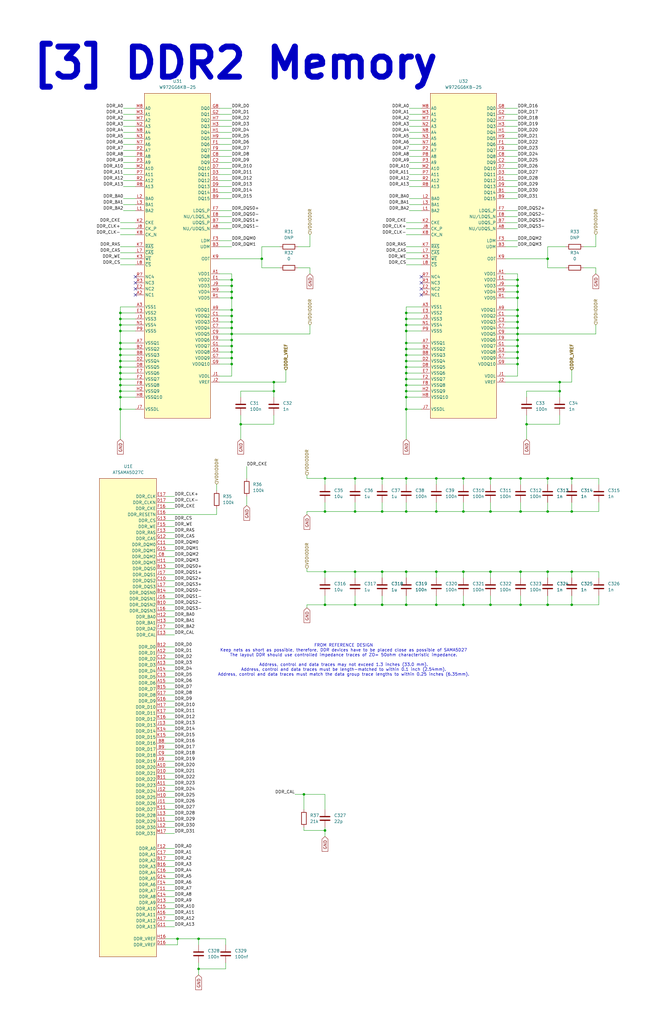
<source format=kicad_sch>
(kicad_sch (version 20231120) (generator "eeschema") (generator_version "8.0")
  (paper "B" portrait)
  (junction (at 218.44 143.51))
  (junction (at 218.44 153.67))
  (junction (at 231.14 255.27))
  (junction (at 171.45 162.56))
  (junction (at 50.8 144.78))
  (junction (at 219.71 241.3))
  (junction (at 241.3 215.9))
  (junction (at 161.29 201.93))
  (junction (at 219.71 201.93))
  (junction (at 219.71 255.27))
  (junction (at 184.15 241.3))
  (junction (at 218.44 125.73))
  (junction (at 207.01 215.9))
  (junction (at 137.16 350.52))
  (junction (at 50.8 147.32))
  (junction (at 184.15 201.93))
  (junction (at 97.79 120.65))
  (junction (at 236.22 161.29))
  (junction (at 149.86 201.93))
  (junction (at 218.44 135.89))
  (junction (at 231.14 241.3))
  (junction (at 171.45 152.4))
  (junction (at 97.79 118.11))
  (junction (at 115.57 161.29))
  (junction (at 171.45 160.02))
  (junction (at 171.45 147.32))
  (junction (at 218.44 148.59))
  (junction (at 241.3 255.27))
  (junction (at 128.27 335.28))
  (junction (at 137.16 201.93))
  (junction (at 171.45 215.9))
  (junction (at 218.44 151.13))
  (junction (at 97.79 153.67))
  (junction (at 50.8 132.08))
  (junction (at 241.3 241.3))
  (junction (at 171.45 137.16))
  (junction (at 171.45 167.64))
  (junction (at 101.6 179.07))
  (junction (at 195.58 241.3))
  (junction (at 207.01 201.93))
  (junction (at 50.8 152.4))
  (junction (at 97.79 146.05))
  (junction (at 218.44 123.19))
  (junction (at 171.45 157.48))
  (junction (at 171.45 255.27))
  (junction (at 149.86 255.27))
  (junction (at 137.16 215.9))
  (junction (at 218.44 118.11))
  (junction (at 50.8 154.94))
  (junction (at 231.14 201.93))
  (junction (at 97.79 135.89))
  (junction (at 97.79 148.59))
  (junction (at 171.45 154.94))
  (junction (at 137.16 255.27))
  (junction (at 195.58 255.27))
  (junction (at 222.25 179.07))
  (junction (at 50.8 162.56))
  (junction (at 207.01 241.3))
  (junction (at 241.3 201.93))
  (junction (at 184.15 255.27))
  (junction (at 218.44 138.43))
  (junction (at 195.58 215.9))
  (junction (at 218.44 130.81))
  (junction (at 97.79 123.19))
  (junction (at 50.8 160.02))
  (junction (at 97.79 143.51))
  (junction (at 171.45 201.93))
  (junction (at 171.45 132.08))
  (junction (at 207.01 255.27))
  (junction (at 161.29 241.3))
  (junction (at 137.16 241.3))
  (junction (at 171.45 144.78))
  (junction (at 231.14 109.22))
  (junction (at 50.8 149.86))
  (junction (at 97.79 138.43))
  (junction (at 110.49 109.22))
  (junction (at 115.57 165.1))
  (junction (at 171.45 165.1))
  (junction (at 97.79 130.81))
  (junction (at 50.8 165.1))
  (junction (at 83.82 408.94))
  (junction (at 171.45 149.86))
  (junction (at 97.79 133.35))
  (junction (at 195.58 201.93))
  (junction (at 218.44 120.65))
  (junction (at 50.8 137.16))
  (junction (at 97.79 151.13))
  (junction (at 218.44 140.97))
  (junction (at 161.29 215.9))
  (junction (at 97.79 125.73))
  (junction (at 218.44 133.35))
  (junction (at 50.8 139.7))
  (junction (at 219.71 215.9))
  (junction (at 83.82 396.24))
  (junction (at 184.15 215.9))
  (junction (at 149.86 241.3))
  (junction (at 50.8 134.62))
  (junction (at 236.22 165.1))
  (junction (at 171.45 134.62))
  (junction (at 50.8 157.48))
  (junction (at 50.8 172.72))
  (junction (at 149.86 215.9))
  (junction (at 171.45 241.3))
  (junction (at 231.14 215.9))
  (junction (at 50.8 167.64))
  (junction (at 161.29 255.27))
  (junction (at 74.93 396.24))
  (junction (at 218.44 146.05))
  (junction (at 171.45 139.7))
  (junction (at 171.45 172.72))
  (junction (at 97.79 140.97))
  (no_connect (at 177.8 116.84))
  (no_connect (at 177.8 121.92))
  (no_connect (at 177.8 124.46))
  (no_connect (at 177.8 119.38))
  (no_connect (at 57.15 119.38))
  (no_connect (at 57.15 124.46))
  (no_connect (at 57.15 116.84))
  (no_connect (at 57.15 121.92))
  (wire (pts (xy 52.07 83.82) (xy 57.15 83.82)))
  (wire (pts (xy 171.45 144.78) (xy 177.8 144.78)))
  (wire (pts (xy 50.8 154.94) (xy 50.8 157.48)))
  (wire (pts (xy 52.07 71.12) (xy 57.15 71.12)))
  (wire (pts (xy 69.85 245.11) (xy 73.66 245.11)))
  (wire (pts (xy 92.71 78.74) (xy 97.79 78.74)))
  (wire (pts (xy 231.14 109.22) (xy 231.14 113.03)))
  (wire (pts (xy 92.71 109.22) (xy 110.49 109.22)))
  (wire (pts (xy 69.85 321.31) (xy 73.66 321.31)))
  (wire (pts (xy 92.71 133.35) (xy 97.79 133.35)))
  (wire (pts (xy 236.22 165.1) (xy 236.22 167.64)))
  (wire (pts (xy 104.14 209.55) (xy 104.14 213.36)))
  (wire (pts (xy 195.58 255.27) (xy 207.01 255.27)))
  (wire (pts (xy 50.8 147.32) (xy 57.15 147.32)))
  (wire (pts (xy 171.45 201.93) (xy 184.15 201.93)))
  (wire (pts (xy 231.14 201.93) (xy 231.14 204.47)))
  (wire (pts (xy 92.71 104.14) (xy 97.79 104.14)))
  (wire (pts (xy 69.85 339.09) (xy 73.66 339.09)))
  (wire (pts (xy 69.85 298.45) (xy 73.66 298.45)))
  (wire (pts (xy 69.85 351.79) (xy 73.66 351.79)))
  (wire (pts (xy 137.16 350.52) (xy 137.16 353.06)))
  (wire (pts (xy 251.46 140.97) (xy 251.46 137.16)))
  (wire (pts (xy 161.29 212.09) (xy 161.29 215.9)))
  (wire (pts (xy 97.79 125.73) (xy 97.79 130.81)))
  (wire (pts (xy 69.85 303.53) (xy 73.66 303.53)))
  (wire (pts (xy 213.36 78.74) (xy 218.44 78.74)))
  (wire (pts (xy 52.07 45.72) (xy 57.15 45.72)))
  (wire (pts (xy 92.71 120.65) (xy 97.79 120.65)))
  (wire (pts (xy 171.45 201.93) (xy 171.45 204.47)))
  (wire (pts (xy 171.45 147.32) (xy 171.45 149.86)))
  (wire (pts (xy 97.79 148.59) (xy 97.79 151.13)))
  (wire (pts (xy 171.45 165.1) (xy 171.45 167.64)))
  (wire (pts (xy 213.36 115.57) (xy 218.44 115.57)))
  (wire (pts (xy 115.57 175.26) (xy 115.57 179.07)))
  (wire (pts (xy 50.8 111.76) (xy 57.15 111.76)))
  (wire (pts (xy 50.8 162.56) (xy 57.15 162.56)))
  (wire (pts (xy 52.07 50.8) (xy 57.15 50.8)))
  (wire (pts (xy 184.15 251.46) (xy 184.15 255.27)))
  (wire (pts (xy 69.85 318.77) (xy 73.66 318.77)))
  (wire (pts (xy 97.79 130.81) (xy 97.79 133.35)))
  (wire (pts (xy 171.45 144.78) (xy 171.45 147.32)))
  (wire (pts (xy 218.44 120.65) (xy 218.44 123.19)))
  (wire (pts (xy 218.44 138.43) (xy 218.44 140.97)))
  (wire (pts (xy 83.82 408.94) (xy 83.82 411.48)))
  (wire (pts (xy 219.71 212.09) (xy 219.71 215.9)))
  (wire (pts (xy 213.36 45.72) (xy 218.44 45.72)))
  (wire (pts (xy 50.8 137.16) (xy 50.8 139.7)))
  (wire (pts (xy 171.45 129.54) (xy 171.45 132.08)))
  (wire (pts (xy 184.15 215.9) (xy 195.58 215.9)))
  (wire (pts (xy 97.79 143.51) (xy 97.79 146.05)))
  (wire (pts (xy 50.8 147.32) (xy 50.8 149.86)))
  (wire (pts (xy 172.72 86.36) (xy 177.8 86.36)))
  (wire (pts (xy 50.8 167.64) (xy 50.8 172.72)))
  (wire (pts (xy 213.36 138.43) (xy 218.44 138.43)))
  (wire (pts (xy 137.16 251.46) (xy 137.16 255.27)))
  (wire (pts (xy 50.8 160.02) (xy 50.8 162.56)))
  (wire (pts (xy 213.36 68.58) (xy 218.44 68.58)))
  (wire (pts (xy 184.15 241.3) (xy 184.15 243.84)))
  (wire (pts (xy 171.45 167.64) (xy 177.8 167.64)))
  (wire (pts (xy 52.07 78.74) (xy 57.15 78.74)))
  (wire (pts (xy 172.72 63.5) (xy 177.8 63.5)))
  (wire (pts (xy 50.8 157.48) (xy 50.8 160.02)))
  (wire (pts (xy 252.73 215.9) (xy 252.73 212.09)))
  (wire (pts (xy 125.73 113.03) (xy 130.81 113.03)))
  (wire (pts (xy 69.85 370.84) (xy 73.66 370.84)))
  (wire (pts (xy 195.58 251.46) (xy 195.58 255.27)))
  (wire (pts (xy 207.01 241.3) (xy 219.71 241.3)))
  (wire (pts (xy 69.85 368.3) (xy 73.66 368.3)))
  (wire (pts (xy 50.8 144.78) (xy 57.15 144.78)))
  (wire (pts (xy 50.8 157.48) (xy 57.15 157.48)))
  (wire (pts (xy 69.85 262.89) (xy 73.66 262.89)))
  (wire (pts (xy 207.01 241.3) (xy 207.01 243.84)))
  (wire (pts (xy 161.29 241.3) (xy 161.29 243.84)))
  (wire (pts (xy 69.85 285.75) (xy 73.66 285.75)))
  (wire (pts (xy 213.36 104.14) (xy 218.44 104.14)))
  (wire (pts (xy 219.71 255.27) (xy 231.14 255.27)))
  (wire (pts (xy 171.45 241.3) (xy 184.15 241.3)))
  (wire (pts (xy 52.07 68.58) (xy 57.15 68.58)))
  (wire (pts (xy 92.71 53.34) (xy 97.79 53.34)))
  (wire (pts (xy 52.07 86.36) (xy 57.15 86.36)))
  (wire (pts (xy 177.8 129.54) (xy 171.45 129.54)))
  (wire (pts (xy 161.29 201.93) (xy 171.45 201.93)))
  (wire (pts (xy 213.36 76.2) (xy 218.44 76.2)))
  (wire (pts (xy 92.71 135.89) (xy 97.79 135.89)))
  (wire (pts (xy 172.72 78.74) (xy 177.8 78.74)))
  (wire (pts (xy 92.71 66.04) (xy 97.79 66.04)))
  (wire (pts (xy 219.71 201.93) (xy 219.71 204.47)))
  (wire (pts (xy 137.16 212.09) (xy 137.16 215.9)))
  (wire (pts (xy 213.36 55.88) (xy 218.44 55.88)))
  (wire (pts (xy 69.85 381) (xy 73.66 381)))
  (wire (pts (xy 213.36 71.12) (xy 218.44 71.12)))
  (wire (pts (xy 69.85 290.83) (xy 73.66 290.83)))
  (wire (pts (xy 50.8 167.64) (xy 57.15 167.64)))
  (wire (pts (xy 241.3 255.27) (xy 252.73 255.27)))
  (wire (pts (xy 241.3 201.93) (xy 241.3 204.47)))
  (wire (pts (xy 171.45 137.16) (xy 177.8 137.16)))
  (wire (pts (xy 129.54 217.17) (xy 129.54 215.9)))
  (wire (pts (xy 218.44 123.19) (xy 218.44 125.73)))
  (wire (pts (xy 92.71 48.26) (xy 97.79 48.26)))
  (wire (pts (xy 213.36 118.11) (xy 218.44 118.11)))
  (wire (pts (xy 161.29 251.46) (xy 161.29 255.27)))
  (wire (pts (xy 69.85 288.29) (xy 73.66 288.29)))
  (wire (pts (xy 213.36 81.28) (xy 218.44 81.28)))
  (wire (pts (xy 92.71 88.9) (xy 97.79 88.9)))
  (wire (pts (xy 69.85 346.71) (xy 73.66 346.71)))
  (wire (pts (xy 69.85 260.35) (xy 73.66 260.35)))
  (wire (pts (xy 50.8 165.1) (xy 57.15 165.1)))
  (wire (pts (xy 236.22 161.29) (xy 236.22 165.1)))
  (wire (pts (xy 218.44 143.51) (xy 218.44 146.05)))
  (wire (pts (xy 95.25 408.94) (xy 83.82 408.94)))
  (wire (pts (xy 52.07 53.34) (xy 57.15 53.34)))
  (wire (pts (xy 69.85 209.55) (xy 73.66 209.55)))
  (wire (pts (xy 171.45 139.7) (xy 171.45 144.78)))
  (wire (pts (xy 218.44 118.11) (xy 218.44 120.65)))
  (wire (pts (xy 213.36 50.8) (xy 218.44 50.8)))
  (wire (pts (xy 95.25 406.4) (xy 95.25 408.94)))
  (wire (pts (xy 92.71 148.59) (xy 97.79 148.59)))
  (wire (pts (xy 231.14 113.03) (xy 238.76 113.03)))
  (wire (pts (xy 69.85 229.87) (xy 73.66 229.87)))
  (wire (pts (xy 231.14 255.27) (xy 241.3 255.27)))
  (wire (pts (xy 97.79 135.89) (xy 97.79 138.43)))
  (wire (pts (xy 69.85 237.49) (xy 73.66 237.49)))
  (wire (pts (xy 69.85 257.81) (xy 73.66 257.81)))
  (wire (pts (xy 95.25 396.24) (xy 95.25 398.78)))
  (wire (pts (xy 92.71 91.44) (xy 97.79 91.44)))
  (wire (pts (xy 171.45 106.68) (xy 177.8 106.68)))
  (wire (pts (xy 50.8 129.54) (xy 50.8 132.08)))
  (wire (pts (xy 92.71 130.81) (xy 97.79 130.81)))
  (wire (pts (xy 149.86 255.27) (xy 161.29 255.27)))
  (wire (pts (xy 171.45 160.02) (xy 171.45 162.56)))
  (wire (pts (xy 50.8 162.56) (xy 50.8 165.1)))
  (wire (pts (xy 92.71 55.88) (xy 97.79 55.88)))
  (wire (pts (xy 83.82 396.24) (xy 95.25 396.24)))
  (wire (pts (xy 161.29 215.9) (xy 171.45 215.9)))
  (wire (pts (xy 213.36 58.42) (xy 218.44 58.42)))
  (wire (pts (xy 97.79 153.67) (xy 92.71 153.67)))
  (wire (pts (xy 69.85 313.69) (xy 73.66 313.69)))
  (wire (pts (xy 219.71 251.46) (xy 219.71 255.27)))
  (wire (pts (xy 213.36 130.81) (xy 218.44 130.81)))
  (wire (pts (xy 213.36 125.73) (xy 218.44 125.73)))
  (wire (pts (xy 213.36 96.52) (xy 218.44 96.52)))
  (wire (pts (xy 115.57 161.29) (xy 120.65 161.29)))
  (wire (pts (xy 50.8 160.02) (xy 57.15 160.02)))
  (wire (pts (xy 92.71 138.43) (xy 97.79 138.43)))
  (wire (pts (xy 218.44 148.59) (xy 218.44 151.13)))
  (wire (pts (xy 97.79 115.57) (xy 97.79 118.11)))
  (wire (pts (xy 69.85 247.65) (xy 73.66 247.65)))
  (wire (pts (xy 195.58 241.3) (xy 207.01 241.3)))
  (wire (pts (xy 50.8 149.86) (xy 57.15 149.86)))
  (wire (pts (xy 171.45 154.94) (xy 171.45 157.48)))
  (wire (pts (xy 171.45 96.52) (xy 177.8 96.52)))
  (wire (pts (xy 128.27 335.28) (xy 128.27 341.63)))
  (wire (pts (xy 69.85 341.63) (xy 73.66 341.63)))
  (wire (pts (xy 92.71 118.11) (xy 97.79 118.11)))
  (wire (pts (xy 195.58 201.93) (xy 195.58 204.47)))
  (wire (pts (xy 97.79 140.97) (xy 97.79 143.51)))
  (wire (pts (xy 171.45 111.76) (xy 177.8 111.76)))
  (wire (pts (xy 231.14 201.93) (xy 241.3 201.93)))
  (wire (pts (xy 171.45 93.98) (xy 177.8 93.98)))
  (wire (pts (xy 50.8 139.7) (xy 50.8 144.78)))
  (wire (pts (xy 252.73 201.93) (xy 252.73 204.47)))
  (wire (pts (xy 236.22 179.07) (xy 222.25 179.07)))
  (wire (pts (xy 69.85 300.99) (xy 73.66 300.99)))
  (wire (pts (xy 218.44 151.13) (xy 218.44 153.67)))
  (wire (pts (xy 101.6 167.64) (xy 101.6 165.1)))
  (wire (pts (xy 69.85 358.14) (xy 73.66 358.14)))
  (wire (pts (xy 171.45 157.48) (xy 171.45 160.02)))
  (wire (pts (xy 218.44 125.73) (xy 218.44 130.81)))
  (wire (pts (xy 207.01 215.9) (xy 219.71 215.9)))
  (wire (pts (xy 231.14 241.3) (xy 241.3 241.3)))
  (wire (pts (xy 92.71 146.05) (xy 97.79 146.05)))
  (wire (pts (xy 184.15 241.3) (xy 195.58 241.3)))
  (wire (pts (xy 195.58 215.9) (xy 207.01 215.9)))
  (wire (pts (xy 149.86 212.09) (xy 149.86 215.9)))
  (wire (pts (xy 241.3 212.09) (xy 241.3 215.9)))
  (wire (pts (xy 104.14 196.85) (xy 104.14 201.93)))
  (wire (pts (xy 246.38 113.03) (xy 251.46 113.03)))
  (wire (pts (xy 52.07 76.2) (xy 57.15 76.2)))
  (wire (pts (xy 129.54 201.93) (xy 137.16 201.93)))
  (wire (pts (xy 219.71 241.3) (xy 219.71 243.84)))
  (wire (pts (xy 92.71 140.97) (xy 97.79 140.97)))
  (wire (pts (xy 231.14 212.09) (xy 231.14 215.9)))
  (wire (pts (xy 129.54 256.54) (xy 129.54 255.27)))
  (wire (pts (xy 69.85 386.08) (xy 73.66 386.08)))
  (wire (pts (xy 97.79 120.65) (xy 97.79 123.19)))
  (wire (pts (xy 218.44 135.89) (xy 218.44 138.43)))
  (wire (pts (xy 91.44 214.63) (xy 91.44 217.17)))
  (wire (pts (xy 92.71 93.98) (xy 97.79 93.98)))
  (wire (pts (xy 69.85 316.23) (xy 73.66 316.23)))
  (wire (pts (xy 69.85 293.37) (xy 73.66 293.37)))
  (wire (pts (xy 213.36 93.98) (xy 218.44 93.98)))
  (wire (pts (xy 213.36 109.22) (xy 231.14 109.22)))
  (wire (pts (xy 92.71 71.12) (xy 97.79 71.12)))
  (wire (pts (xy 50.8 104.14) (xy 57.15 104.14)))
  (wire (pts (xy 149.86 201.93) (xy 161.29 201.93)))
  (wire (pts (xy 69.85 396.24) (xy 74.93 396.24)))
  (wire (pts (xy 172.72 68.58) (xy 177.8 68.58)))
  (wire (pts (xy 52.07 88.9) (xy 57.15 88.9)))
  (wire (pts (xy 213.36 60.96) (xy 218.44 60.96)))
  (wire (pts (xy 171.45 134.62) (xy 171.45 137.16)))
  (wire (pts (xy 52.07 55.88) (xy 57.15 55.88)))
  (wire (pts (xy 137.16 349.25) (xy 137.16 350.52)))
  (wire (pts (xy 69.85 242.57) (xy 73.66 242.57)))
  (wire (pts (xy 92.71 101.6) (xy 97.79 101.6)))
  (wire (pts (xy 213.36 161.29) (xy 236.22 161.29)))
  (wire (pts (xy 213.36 101.6) (xy 218.44 101.6)))
  (wire (pts (xy 213.36 146.05) (xy 218.44 146.05)))
  (wire (pts (xy 171.45 172.72) (xy 171.45 185.42)))
  (wire (pts (xy 231.14 104.14) (xy 238.76 104.14)))
  (wire (pts (xy 149.86 215.9) (xy 161.29 215.9)))
  (wire (pts (xy 69.85 214.63) (xy 73.66 214.63)))
  (wire (pts (xy 52.07 60.96) (xy 57.15 60.96)))
  (wire (pts (xy 213.36 73.66) (xy 218.44 73.66)))
  (wire (pts (xy 69.85 323.85) (xy 73.66 323.85)))
  (wire (pts (xy 69.85 375.92) (xy 73.66 375.92)))
  (wire (pts (xy 69.85 311.15) (xy 73.66 311.15)))
  (wire (pts (xy 172.72 50.8) (xy 177.8 50.8)))
  (wire (pts (xy 219.71 201.93) (xy 231.14 201.93)))
  (wire (pts (xy 69.85 212.09) (xy 73.66 212.09)))
  (wire (pts (xy 50.8 172.72) (xy 50.8 185.42)))
  (wire (pts (xy 50.8 99.06) (xy 57.15 99.06)))
  (wire (pts (xy 171.45 149.86) (xy 171.45 152.4)))
  (wire (pts (xy 213.36 120.65) (xy 218.44 120.65)))
  (wire (pts (xy 69.85 363.22) (xy 73.66 363.22)))
  (wire (pts (xy 172.72 53.34) (xy 177.8 53.34)))
  (wire (pts (xy 161.29 255.27) (xy 171.45 255.27)))
  (wire (pts (xy 69.85 219.71) (xy 73.66 219.71)))
  (wire (pts (xy 97.79 158.75) (xy 97.79 153.67)))
  (wire (pts (xy 251.46 99.06) (xy 251.46 104.14)))
  (wire (pts (xy 207.01 212.09) (xy 207.01 215.9)))
  (wire (pts (xy 137.16 215.9) (xy 149.86 215.9)))
  (wire (pts (xy 137.16 241.3) (xy 137.16 243.84)))
  (wire (pts (xy 213.36 135.89) (xy 218.44 135.89)))
  (wire (pts (xy 69.85 275.59) (xy 73.66 275.59)))
  (wire (pts (xy 171.45 152.4) (xy 177.8 152.4)))
  (wire (pts (xy 218.44 140.97) (xy 218.44 143.51)))
  (wire (pts (xy 52.07 63.5) (xy 57.15 63.5)))
  (wire (pts (xy 110.49 113.03) (xy 118.11 113.03)))
  (wire (pts (xy 69.85 306.07) (xy 73.66 306.07)))
  (wire (pts (xy 171.45 251.46) (xy 171.45 255.27)))
  (wire (pts (xy 137.16 255.27) (xy 149.86 255.27)))
  (wire (pts (xy 52.07 73.66) (xy 57.15 73.66)))
  (wire (pts (xy 213.36 66.04) (xy 218.44 66.04)))
  (wire (pts (xy 92.71 50.8) (xy 97.79 50.8)))
  (wire (pts (xy 171.45 212.09) (xy 171.45 215.9)))
  (wire (pts (xy 161.29 241.3) (xy 171.45 241.3)))
  (wire (pts (xy 92.71 83.82) (xy 97.79 83.82)))
  (wire (pts (xy 171.45 134.62) (xy 177.8 134.62)))
  (wire (pts (xy 236.22 175.26) (xy 236.22 179.07)))
  (wire (pts (xy 97.79 118.11) (xy 97.79 120.65)))
  (wire (pts (xy 69.85 240.03) (xy 73.66 240.03)))
  (wire (pts (xy 92.71 123.19) (xy 97.79 123.19)))
  (wire (pts (xy 69.85 383.54) (xy 73.66 383.54)))
  (wire (pts (xy 69.85 331.47) (xy 73.66 331.47)))
  (wire (pts (xy 50.8 152.4) (xy 57.15 152.4)))
  (wire (pts (xy 137.16 201.93) (xy 137.16 204.47)))
  (wire (pts (xy 50.8 106.68) (xy 57.15 106.68)))
  (wire (pts (xy 50.8 172.72) (xy 57.15 172.72)))
  (wire (pts (xy 110.49 104.14) (xy 118.11 104.14)))
  (wire (pts (xy 218.44 133.35) (xy 218.44 135.89)))
  (wire (pts (xy 69.85 227.33) (xy 73.66 227.33)))
  (wire (pts (xy 50.8 109.22) (xy 57.15 109.22)))
  (wire (pts (xy 172.72 55.88) (xy 177.8 55.88)))
  (wire (pts (xy 241.3 251.46) (xy 241.3 255.27)))
  (wire (pts (xy 207.01 251.46) (xy 207.01 255.27)))
  (wire (pts (xy 74.93 398.78) (xy 74.93 396.24)))
  (wire (pts (xy 125.73 104.14) (xy 130.81 104.14)))
  (wire (pts (xy 171.45 109.22) (xy 177.8 109.22)))
  (wire (pts (xy 69.85 217.17) (xy 91.44 217.17)))
  (wire (pts (xy 69.85 328.93) (xy 73.66 328.93)))
  (wire (pts (xy 213.36 91.44) (xy 218.44 91.44)))
  (wire (pts (xy 241.3 201.93) (xy 252.73 201.93)))
  (wire (pts (xy 50.8 154.94) (xy 57.15 154.94)))
  (wire (pts (xy 69.85 365.76) (xy 73.66 365.76)))
  (wire (pts (xy 252.73 241.3) (xy 252.73 243.84)))
  (wire (pts (xy 128.27 349.25) (xy 128.27 350.52)))
  (wire (pts (xy 50.8 93.98) (xy 57.15 93.98)))
  (wire (pts (xy 69.85 278.13) (xy 73.66 278.13)))
  (wire (pts (xy 172.72 45.72) (xy 177.8 45.72)))
  (wire (pts (xy 207.01 255.27) (xy 219.71 255.27)))
  (wire (pts (xy 241.3 156.21) (xy 241.3 161.29)))
  (wire (pts (xy 172.72 48.26) (xy 177.8 48.26)))
  (wire (pts (xy 50.8 139.7) (xy 57.15 139.7)))
  (wire (pts (xy 52.07 66.04) (xy 57.15 66.04)))
  (wire (pts (xy 50.8 132.08) (xy 50.8 134.62)))
  (wire (pts (xy 184.15 212.09) (xy 184.15 215.9)))
  (wire (pts (xy 92.71 45.72) (xy 97.79 45.72)))
  (wire (pts (xy 241.3 241.3) (xy 241.3 243.84)))
  (wire (pts (xy 69.85 295.91) (xy 73.66 295.91)))
  (wire (pts (xy 213.36 88.9) (xy 218.44 88.9)))
  (wire (pts (xy 251.46 113.03) (xy 251.46 115.57)))
  (wire (pts (xy 92.71 161.29) (xy 115.57 161.29)))
  (wire (pts (xy 241.3 241.3) (xy 252.73 241.3)))
  (wire (pts (xy 69.85 378.46) (xy 73.66 378.46)))
  (wire (pts (xy 172.72 76.2) (xy 177.8 76.2)))
  (wire (pts (xy 231.14 251.46) (xy 231.14 255.27)))
  (wire (pts (xy 195.58 201.93) (xy 207.01 201.93)))
  (wire (pts (xy 218.44 153.67) (xy 213.36 153.67)))
  (wire (pts (xy 218.44 140.97) (xy 251.46 140.97)))
  (wire (pts (xy 219.71 215.9) (xy 231.14 215.9)))
  (wire (pts (xy 130.81 113.03) (xy 130.81 115.57)))
  (wire (pts (xy 172.72 71.12) (xy 177.8 71.12)))
  (wire (pts (xy 69.85 398.78) (xy 74.93 398.78)))
  (wire (pts (xy 172.72 60.96) (xy 177.8 60.96)))
  (wire (pts (xy 231.14 215.9) (xy 241.3 215.9)))
  (wire (pts (xy 207.01 201.93) (xy 219.71 201.93)))
  (wire (pts (xy 129.54 241.3) (xy 137.16 241.3)))
  (wire (pts (xy 97.79 151.13) (xy 97.79 153.67)))
  (wire (pts (xy 101.6 165.1) (xy 115.57 165.1)))
  (wire (pts (xy 171.45 167.64) (xy 171.45 172.72)))
  (wire (pts (xy 171.45 162.56) (xy 177.8 162.56)))
  (wire (pts (xy 50.8 152.4) (xy 50.8 154.94)))
  (wire (pts (xy 52.07 58.42) (xy 57.15 58.42)))
  (wire (pts (xy 92.71 151.13) (xy 97.79 151.13)))
  (wire (pts (xy 124.46 335.28) (xy 128.27 335.28)))
  (wire (pts (xy 69.85 391.16) (xy 73.66 391.16)))
  (wire (pts (xy 218.44 146.05) (xy 218.44 148.59)))
  (wire (pts (xy 171.45 152.4) (xy 171.45 154.94)))
  (wire (pts (xy 69.85 349.25) (xy 73.66 349.25)))
  (wire (pts (xy 97.79 138.43) (xy 97.79 140.97)))
  (wire (pts (xy 50.8 149.86) (xy 50.8 152.4)))
  (wire (pts (xy 252.73 255.27) (xy 252.73 251.46)))
  (wire (pts (xy 195.58 212.09) (xy 195.58 215.9)))
  (wire (pts (xy 171.45 215.9) (xy 184.15 215.9)))
  (wire (pts (xy 92.71 60.96) (xy 97.79 60.96)))
  (wire (pts (xy 129.54 240.03) (xy 129.54 241.3)))
  (wire (pts (xy 213.36 151.13) (xy 218.44 151.13)))
  (wire (pts (xy 69.85 280.67) (xy 73.66 280.67)))
  (wire (pts (xy 172.72 66.04) (xy 177.8 66.04)))
  (wire (pts (xy 69.85 283.21) (xy 73.66 283.21)))
  (wire (pts (xy 69.85 360.68) (xy 73.66 360.68)))
  (wire (pts (xy 129.54 200.66) (xy 129.54 201.93)))
  (wire (pts (xy 83.82 406.4) (xy 83.82 408.94)))
  (wire (pts (xy 231.14 241.3) (xy 231.14 243.84)))
  (wire (pts (xy 120.65 156.21) (xy 120.65 161.29)))
  (wire (pts (xy 50.8 132.08) (xy 57.15 132.08)))
  (wire (pts (xy 69.85 222.25) (xy 73.66 222.25)))
  (wire (pts (xy 69.85 232.41) (xy 73.66 232.41)))
  (wire (pts (xy 172.72 73.66) (xy 177.8 73.66)))
  (wire (pts (xy 57.15 129.54) (xy 50.8 129.54)))
  (wire (pts (xy 129.54 255.27) (xy 137.16 255.27)))
  (wire (pts (xy 171.45 132.08) (xy 177.8 132.08)))
  (wire (pts (xy 171.45 132.08) (xy 171.45 134.62)))
  (wire (pts (xy 130.81 140.97) (xy 130.81 137.16)))
  (wire (pts (xy 137.16 241.3) (xy 149.86 241.3)))
  (wire (pts (xy 171.45 99.06) (xy 177.8 99.06)))
  (wire (pts (xy 222.25 167.64) (xy 222.25 165.1)))
  (wire (pts (xy 172.72 58.42) (xy 177.8 58.42)))
  (wire (pts (xy 222.25 165.1) (xy 236.22 165.1)))
  (wire (pts (xy 184.15 201.93) (xy 184.15 204.47)))
  (wire (pts (xy 110.49 109.22) (xy 110.49 104.14)))
  (wire (pts (xy 92.71 125.73) (xy 97.79 125.73)))
  (wire (pts (xy 207.01 201.93) (xy 207.01 204.47)))
  (wire (pts (xy 69.85 252.73) (xy 73.66 252.73)))
  (wire (pts (xy 184.15 201.93) (xy 195.58 201.93)))
  (wire (pts (xy 50.8 134.62) (xy 57.15 134.62)))
  (wire (pts (xy 218.44 158.75) (xy 218.44 153.67)))
  (wire (pts (xy 92.71 58.42) (xy 97.79 58.42)))
  (wire (pts (xy 171.45 104.14) (xy 177.8 104.14)))
  (wire (pts (xy 69.85 273.05) (xy 73.66 273.05)))
  (wire (pts (xy 213.36 53.34) (xy 218.44 53.34)))
  (wire (pts (xy 97.79 123.19) (xy 97.79 125.73)))
  (wire (pts (xy 149.86 241.3) (xy 161.29 241.3)))
  (wire (pts (xy 101.6 175.26) (xy 101.6 179.07)))
  (wire (pts (xy 69.85 224.79) (xy 73.66 224.79)))
  (wire (pts (xy 172.72 88.9) (xy 177.8 88.9)))
  (wire (pts (xy 128.27 335.28) (xy 137.16 335.28)))
  (wire (pts (xy 92.71 76.2) (xy 97.79 76.2)))
  (wire (pts (xy 69.85 373.38) (xy 73.66 373.38)))
  (wire (pts (xy 213.36 83.82) (xy 218.44 83.82)))
  (wire (pts (xy 69.85 255.27) (xy 73.66 255.27)))
  (wire (pts (xy 97.79 140.97) (xy 130.81 140.97)))
  (wire (pts (xy 110.49 109.22) (xy 110.49 113.03)))
  (wire (pts (xy 172.72 83.82) (xy 177.8 83.82)))
  (wire (pts (xy 92.71 68.58) (xy 97.79 68.58)))
  (wire (pts (xy 69.85 308.61) (xy 73.66 308.61)))
  (wire (pts (xy 115.57 165.1) (xy 115.57 167.64)))
  (wire (pts (xy 137.16 201.93) (xy 149.86 201.93)))
  (wire (pts (xy 171.45 255.27) (xy 184.15 255.27)))
  (wire (pts (xy 92.71 115.57) (xy 97.79 115.57)))
  (wire (pts (xy 69.85 267.97) (xy 73.66 267.97)))
  (wire (pts (xy 52.07 48.26) (xy 57.15 48.26)))
  (wire (pts (xy 50.8 144.78) (xy 50.8 147.32)))
  (wire (pts (xy 184.15 255.27) (xy 195.58 255.27)))
  (wire (pts (xy 171.45 172.72) (xy 177.8 172.72)))
  (wire (pts (xy 50.8 134.62) (xy 50.8 137.16)))
  (wire (pts (xy 50.8 137.16) (xy 57.15 137.16)))
  (wire (pts (xy 195.58 241.3) (xy 195.58 243.84)))
  (wire (pts (xy 149.86 201.93) (xy 149.86 204.47)))
  (wire (pts (xy 171.45 139.7) (xy 177.8 139.7)))
  (wire (pts (xy 236.22 161.29) (xy 241.3 161.29)))
  (wire (pts (xy 115.57 179.07) (xy 101.6 179.07)))
  (wire (pts (xy 213.36 123.19) (xy 218.44 123.19)))
  (wire (pts (xy 92.71 158.75) (xy 97.79 158.75)))
  (wire (pts (xy 101.6 179.07) (xy 101.6 185.42)))
  (wire (pts (xy 222.25 175.26) (xy 222.25 179.07)))
  (wire (pts (xy 115.57 161.29) (xy 115.57 165.1)))
  (wire (pts (xy 213.36 63.5) (xy 218.44 63.5)))
  (wire (pts (xy 171.45 162.56) (xy 171.45 165.1)))
  (wire (pts (xy 97.79 133.35) (xy 97.79 135.89)))
  (wire (pts (xy 50.8 165.1) (xy 50.8 167.64)))
  (wire (pts (xy 241.3 215.9) (xy 252.73 215.9)))
  (wire (pts (xy 246.38 104.14) (xy 251.46 104.14)))
  (wire (pts (xy 83.82 396.24) (xy 83.82 398.78)))
  (wire (pts (xy 130.81 99.06) (xy 130.81 104.14)))
  (wire (pts (xy 128.27 350.52) (xy 137.16 350.52)))
  (wire (pts (xy 50.8 96.52) (xy 57.15 96.52)))
  (wire (pts (xy 92.71 143.51) (xy 97.79 143.51)))
  (wire (pts (xy 69.85 336.55) (xy 73.66 336.55)))
  (wire (pts (xy 129.54 215.9) (xy 137.16 215.9)))
  (wire (pts (xy 219.71 241.3) (xy 231.14 241.3)))
  (wire (pts (xy 213.36 143.51) (xy 218.44 143.51)))
  (wire (pts (xy 213.36 140.97) (xy 218.44 140.97)))
  (wire (pts (xy 149.86 251.46) (xy 149.86 255.27)))
  (wire (pts (xy 92.71 73.66) (xy 97.79 73.66)))
  (wire (pts (xy 213.36 148.59) (xy 218.44 148.59)))
  (wire (pts (xy 171.45 147.32) (xy 177.8 147.32)))
  (wire (pts (xy 69.85 326.39) (xy 73.66 326.39)))
  (wire (pts (xy 97.79 146.05) (xy 97.79 148.59)))
  (wire (pts (xy 213.36 48.26) (xy 218.44 48.26)))
  (wire (pts (xy 74.93 396.24) (xy 83.82 396.24)))
  (wire (pts (xy 213.36 158.75) (xy 218.44 158.75)))
  (wire (pts (xy 69.85 334.01) (xy 73.66 334.01)))
  (wire (pts (xy 92.71 96.52) (xy 97.79 96.52)))
  (wire (pts (xy 91.44 204.47) (xy 91.44 207.01)))
  (wire (pts (xy 171.45 157.48) (xy 177.8 157.48)))
  (wire (pts (xy 171.45 137.16) (xy 171.45 139.7)))
  (wire (pts (xy 69.85 250.19) (xy 73.66 250.19)))
  (wire (pts (xy 218.44 130.81) (xy 218.44 133.35)))
  (wire (pts (xy 69.85 388.62) (xy 73.66 388.62)))
  (wire (pts (xy 171.45 241.3) (xy 171.45 243.84)))
  (wire (pts (xy 92.71 81.28) (xy 97.79 81.28)))
  (wire (pts (xy 69.85 265.43) (xy 73.66 265.43)))
  (wire (pts (xy 213.36 133.35) (xy 218.44 133.35)))
  (wire (pts (xy 92.71 63.5) (xy 97.79 63.5)))
  (wire (pts (xy 161.29 201.93) (xy 161.29 204.47)))
  (wire (pts (xy 171.45 154.94) (xy 177.8 154.94)))
  (wire (pts (xy 171.45 149.86) (xy 177.8 149.86)))
  (wire (pts (xy 218.44 115.57) (xy 218.44 118.11)))
  (wire (pts (xy 149.86 241.3) (xy 149.86 243.84)))
  (wire (pts (xy 69.85 344.17) (xy 73.66 344.17)))
  (wire (pts (xy 69.85 234.95) (xy 73.66 234.95)))
  (wire (pts (xy 171.45 165.1) (xy 177.8 165.1)))
  (wire (pts (xy 137.16 341.63) (xy 137.16 335.28)))
  (wire (pts (xy 171.45 160.02) (xy 177.8 160.02)))
  (wire (pts (xy 231.14 109.22) (xy 231.14 104.14)))
  (wire (pts (xy 222.25 179.07) (xy 222.25 185.42)))
  (text "FROM REFERENCE DESIGN\nKeep nets as short as possible, therefore, DDR devices have to be placed close as possible of SAMA5D27\nThe layout DDR should use controlled impedance traces of ZO= 50ohm characteristic impedance.\n\nAddress, control and data traces may not exceed 1.3 inches (33.0 mm).\nAddress, control and data traces must be length-matched to within 0.1 inch (2.54mm).\nAddress, control and data traces must match the data group trace lengths to within 0.25 inches (6.35mm)." (at 145.034 278.638 0) (effects (font (size 1.27 1.27))))
  (text "[3] DDR2 Memory" (at 12.7 34.29 0) (effects (font (size 12.7 12.7) (bold yes)) (justify left bottom)))
  (label "DDR_D29" (at 73.66 346.71 0))
  (label "DDR_DQS3-" (at 73.66 257.81 0))
  (label "DDR_CLK+" (at 73.66 209.55 0))
  (label "DDR_DQS1-" (at 97.79 96.52 0))
  (label "DDR_D26" (at 73.66 339.09 0))
  (label "DDR_D14" (at 97.79 81.28 0))
  (label "DDR_D19" (at 218.44 53.34 0))
  (label "DDR_D22" (at 73.66 328.93 0))
  (label "DDR_D25" (at 73.66 336.55 0))
  (label "DDR_DQS0+" (at 73.66 240.03 0))
  (label "DDR_DQS1-" (at 73.66 252.73 0))
  (label "DDR_A12" (at 172.72 76.2 180))
  (label "DDR_CKE" (at 50.8 93.98 180))
  (label "DDR_BA2" (at 73.66 265.43 0))
  (label "DDR_D17" (at 218.44 48.26 0))
  (label "DDR_CAL" (at 73.66 267.97 0))
  (label "DDR_D9" (at 73.66 295.91 0))
  (label "DDR_CKE" (at 104.14 196.85 0))
  (label "DDR_A10" (at 172.72 71.12 180))
  (label "DDR_D15" (at 97.79 83.82 0))
  (label "DDR_RAS" (at 171.45 104.14 180))
  (label "DDR_D24" (at 73.66 334.01 0))
  (label "DDR_A13" (at 172.72 78.74 180))
  (label "DDR_BA1" (at 172.72 86.36 180))
  (label "DDR_DQS0+" (at 97.79 88.9 0))
  (label "DDR_D21" (at 73.66 326.39 0))
  (label "DDR_A7" (at 52.07 63.5 180))
  (label "DDR_CAL" (at 124.46 335.28 180))
  (label "DDR_A12" (at 73.66 388.62 0))
  (label "DDR_BA0" (at 172.72 83.82 180))
  (label "DDR_D20" (at 73.66 323.85 0))
  (label "DDR_D4" (at 73.66 283.21 0))
  (label "DDR_CLK-" (at 171.45 99.06 180))
  (label "DDR_A6" (at 73.66 373.38 0))
  (label "DDR_D28" (at 73.66 344.17 0))
  (label "DDR_D30" (at 73.66 349.25 0))
  (label "DDR_BA0" (at 52.07 83.82 180))
  (label "DDR_CLK+" (at 171.45 96.52 180))
  (label "DDR_DQM2" (at 218.44 101.6 0))
  (label "DDR_DQS3+" (at 73.66 247.65 0))
  (label "DDR_D2" (at 97.79 50.8 0))
  (label "DDR_A7" (at 73.66 375.92 0))
  (label "DDR_D10" (at 73.66 298.45 0))
  (label "DDR_A4" (at 52.07 55.88 180))
  (label "DDR_D12" (at 97.79 76.2 0))
  (label "DDR_CS" (at 73.66 219.71 0))
  (label "DDR_A6" (at 172.72 60.96 180))
  (label "DDR_A10" (at 73.66 383.54 0))
  (label "DDR_A4" (at 73.66 368.3 0))
  (label "DDR_D12" (at 73.66 303.53 0))
  (label "DDR_D6" (at 97.79 60.96 0))
  (label "DDR_D3" (at 73.66 280.67 0))
  (label "DDR_D7" (at 73.66 290.83 0))
  (label "DDR_D3" (at 97.79 53.34 0))
  (label "DDR_D14" (at 73.66 308.61 0))
  (label "DDR_DQM3" (at 73.66 237.49 0))
  (label "DDR_RAS" (at 50.8 104.14 180))
  (label "DDR_D23" (at 73.66 331.47 0))
  (label "DDR_A0" (at 73.66 358.14 0))
  (label "DDR_D10" (at 97.79 71.12 0))
  (label "DDR_D17" (at 73.66 316.23 0))
  (label "DDR_D16" (at 218.44 45.72 0))
  (label "DDR_A0" (at 52.07 45.72 180))
  (label "DDR_D20" (at 218.44 55.88 0))
  (label "DDR_WE" (at 171.45 109.22 180))
  (label "DDR_RAS" (at 73.66 224.79 0))
  (label "DDR_CAS" (at 73.66 227.33 0))
  (label "DDR_D28" (at 218.44 76.2 0))
  (label "DDR_DQS2-" (at 73.66 255.27 0))
  (label "DDR_D5" (at 97.79 58.42 0))
  (label "DDR_DQS3+" (at 218.44 93.98 0))
  (label "DDR_A4" (at 172.72 55.88 180))
  (label "DDR_D8" (at 97.79 66.04 0))
  (label "DDR_D18" (at 218.44 50.8 0))
  (label "DDR_CLK+" (at 50.8 96.52 180))
  (label "DDR_D9" (at 97.79 68.58 0))
  (label "DDR_D19" (at 73.66 321.31 0))
  (label "DDR_D27" (at 218.44 73.66 0))
  (label "DDR_DQS1+" (at 97.79 93.98 0))
  (label "DDR_WE" (at 73.66 222.25 0))
  (label "DDR_A9" (at 52.07 68.58 180))
  (label "DDR_DQM0" (at 97.79 101.6 0))
  (label "DDR_A9" (at 73.66 381 0))
  (label "DDR_DQM1" (at 97.79 104.14 0))
  (label "DDR_D11" (at 97.79 73.66 0))
  (label "DDR_DQS2+" (at 73.66 245.11 0))
  (label "DDR_DQS0-" (at 73.66 250.19 0))
  (label "DDR_BA0" (at 73.66 260.35 0))
  (label "DDR_D21" (at 218.44 58.42 0))
  (label "DDR_D26" (at 218.44 71.12 0))
  (label "DDR_A3" (at 73.66 365.76 0))
  (label "DDR_A6" (at 52.07 60.96 180))
  (label "DDR_A10" (at 52.07 71.12 180))
  (label "DDR_CAS" (at 171.45 106.68 180))
  (label "DDR_D23" (at 218.44 63.5 0))
  (label "DDR_D11" (at 73.66 300.99 0))
  (label "DDR_D30" (at 218.44 81.28 0))
  (label "DDR_D16" (at 73.66 313.69 0))
  (label "DDR_D31" (at 218.44 83.82 0))
  (label "DDR_A8" (at 172.72 66.04 180))
  (label "DDR_A0" (at 172.72 45.72 180))
  (label "DDR_D1" (at 73.66 275.59 0))
  (label "DDR_A1" (at 73.66 360.68 0))
  (label "DDR_D18" (at 73.66 318.77 0))
  (label "DDR_CS" (at 50.8 111.76 180))
  (label "DDR_D0" (at 73.66 273.05 0))
  (label "DDR_D7" (at 97.79 63.5 0))
  (label "DDR_A13" (at 52.07 78.74 180))
  (label "DDR_D31" (at 73.66 351.79 0))
  (label "DDR_A8" (at 73.66 378.46 0))
  (label "DDR_A11" (at 172.72 73.66 180))
  (label "DDR_D13" (at 73.66 306.07 0))
  (label "DDR_A7" (at 172.72 63.5 180))
  (label "DDR_A12" (at 52.07 76.2 180))
  (label "DDR_DQM0" (at 73.66 229.87 0))
  (label "DDR_A2" (at 172.72 50.8 180))
  (label "DDR_CKE" (at 171.45 93.98 180))
  (label "DDR_A11" (at 52.07 73.66 180))
  (label "DDR_BA1" (at 73.66 262.89 0))
  (label "DDR_CLK-" (at 73.66 212.09 0))
  (label "DDR_BA2" (at 52.07 88.9 180))
  (label "DDR_DQS0-" (at 97.79 91.44 0))
  (label "DDR_D6" (at 73.66 288.29 0))
  (label "DDR_BA2" (at 172.72 88.9 180))
  (label "DDR_D8" (at 73.66 293.37 0))
  (label "DDR_CKE" (at 73.66 214.63 0))
  (label "DDR_A5" (at 52.07 58.42 180))
  (label "DDR_A5" (at 73.66 370.84 0))
  (label "DDR_DQM2" (at 73.66 234.95 0))
  (label "DDR_A3" (at 172.72 53.34 180))
  (label "DDR_A13" (at 73.66 391.16 0))
  (label "DDR_A2" (at 52.07 50.8 180))
  (label "DDR_D13" (at 97.79 78.74 0))
  (label "DDR_D25" (at 218.44 68.58 0))
  (label "DDR_D0" (at 97.79 45.72 0))
  (label "DDR_D29" (at 218.44 78.74 0))
  (label "DDR_D5" (at 73.66 285.75 0))
  (label "DDR_DQS2+" (at 218.44 88.9 0))
  (label "DDR_CS" (at 171.45 111.76 180))
  (label "DDR_D22" (at 218.44 60.96 0))
  (label "DDR_CAS" (at 50.8 106.68 180))
  (label "DDR_D4" (at 97.79 55.88 0))
  (label "DDR_D27" (at 73.66 341.63 0))
  (label "DDR_BA1" (at 52.07 86.36 180))
  (label "DDR_A8" (at 52.07 66.04 180))
  (label "DDR_CLK-" (at 50.8 99.06 180))
  (label "DDR_A9" (at 172.72 68.58 180))
  (label "DDR_D1" (at 97.79 48.26 0))
  (label "DDR_A1" (at 172.72 48.26 180))
  (label "DDR_DQM1" (at 73.66 232.41 0))
  (label "DDR_A3" (at 52.07 53.34 180))
  (label "DDR_DQM3" (at 218.44 104.14 0))
  (label "DDR_A5" (at 172.72 58.42 180))
  (label "DDR_DQS1+" (at 73.66 242.57 0))
  (label "DDR_WE" (at 50.8 109.22 180))
  (label "DDR_DQS3-" (at 218.44 96.52 0))
  (label "DDR_A11" (at 73.66 386.08 0))
  (label "DDR_D15" (at 73.66 311.15 0))
  (label "DDR_D2" (at 73.66 278.13 0))
  (label "DDR_DQS2-" (at 218.44 91.44 0))
  (label "DDR_A1" (at 52.07 48.26 180))
  (label "DDR_D24" (at 218.44 66.04 0))
  (label "DDR_A2" (at 73.66 363.22 0))
  (global_label "GND" (shape input) (at 104.14 213.36 270) (property "Intersheetrefs" "${INTERSHEET_REFS}" (effects (hide yes))))
  (global_label "GND" (shape input) (at 251.46 115.57 270) (property "Intersheetrefs" "${INTERSHEET_REFS}" (effects (hide yes))))
  (global_label "GND" (shape input) (at 137.16 353.06 270) (property "Intersheetrefs" "${INTERSHEET_REFS}" (effects (hide yes))))
  (global_label "GND" (shape input) (at 129.54 217.17 270) (property "Intersheetrefs" "${INTERSHEET_REFS}" (effects (hide yes))))
  (global_label "GND" (shape input) (at 222.25 185.42 270) (property "Intersheetrefs" "${INTERSHEET_REFS}" (effects (hide yes))))
  (global_label "GND" (shape input) (at 83.82 411.48 270) (property "Intersheetrefs" "${INTERSHEET_REFS}" (effects (hide yes))))
  (global_label "GND" (shape input) (at 171.45 185.42 270) (property "Intersheetrefs" "${INTERSHEET_REFS}" (effects (hide yes))))
  (global_label "GND" (shape input) (at 50.8 185.42 270) (property "Intersheetrefs" "${INTERSHEET_REFS}" (effects (hide yes))))
  (global_label "GND" (shape input) (at 129.54 256.54 270) (property "Intersheetrefs" "${INTERSHEET_REFS}" (effects (hide yes))))
  (global_label "GND" (shape input) (at 101.6 185.42 270) (property "Intersheetrefs" "${INTERSHEET_REFS}" (effects (hide yes))))
  (global_label "GND" (shape input) (at 130.81 115.57 270) (property "Intersheetrefs" "${INTERSHEET_REFS}" (effects (hide yes))))
  (hierarchical_label "DDR_VREF" (shape input) (at 241.3 156.21 90) (effects (font (bold yes))))
  (hierarchical_label "DDR_VREF" (shape input) (at 120.65 156.21 90) (effects (font (bold yes))))
  (hierarchical_label "VDDIODDR" (shape input) (at 251.46 99.06 90))
  (hierarchical_label "VDDIODDR" (shape input) (at 91.44 204.47 90))
  (hierarchical_label "VDDIODDR" (shape input) (at 130.81 99.06 90))
  (hierarchical_label "VDDIODDR" (shape input) (at 251.46 137.16 90))
  (hierarchical_label "VDDIODDR" (shape input) (at 129.54 240.03 90))
  (hierarchical_label "VDDIODDR" (shape input) (at 130.81 137.16 90))
  (hierarchical_label "VDDIODDR" (shape input) (at 129.54 200.66 90))
  (symbol (lib_id "Device:C") (at 207.01 247.65 0) (unit 1)
    (property "Reference" "C322" (at 210.82 246.3799 0) (effects (justify left)))
    (property "Value" "100n" (at 210.82 248.9199 0) (effects (justify left)))
  )
  (symbol (lib_id "Device:R") (at 121.92 113.03 90) (unit 1)
    (property "Reference" "R32" (at 121.92 106.68 90))
    (property "Value" "0" (at 121.92 109.22 90))
  )
  (symbol (lib_id "Device:R") (at 128.27 345.44 0) (unit 1)
    (property "Reference" "R37" (at 130.81 344.1699 0) (effects (justify left)))
    (property "Value" "21k" (at 130.81 346.7099 0) (effects (justify left)))
  )
  (symbol (lib_id "Device:C") (at 171.45 247.65 0) (unit 1)
    (property "Reference" "C319" (at 175.26 246.3799 0) (effects (justify left)))
    (property "Value" "100n" (at 175.26 248.9199 0) (effects (justify left)))
  )
  (symbol (lib_id "Device:C") (at 184.15 208.28 0) (unit 1)
    (property "Reference" "C39" (at 187.96 207.0099 0) (effects (justify left)))
    (property "Value" "100n" (at 187.96 209.5499 0) (effects (justify left)))
    (property "Footprint" "Capacitor_SMD:C_0402_1005Metric" (effects (hide yes)))
  )
  (symbol (lib_id "Device:C") (at 137.16 208.28 0) (unit 1)
    (property "Reference" "C35" (at 140.97 207.0099 0) (effects (justify left)))
    (property "Value" "10u" (at 140.97 209.5499 0) (effects (justify left)))
    (property "Footprint" "Capacitor_SMD:C_0402_1005Metric" (effects (hide yes)))
  )
  (symbol (lib_id "Device:C") (at 115.57 171.45 0) (unit 1)
    (property "Reference" "C32" (at 119.38 170.1799 0) (effects (justify left)))
    (property "Value" "1n" (at 119.38 172.7199 0) (effects (justify left)))
  )
  (symbol (lib_id "Device:C") (at 241.3 247.65 0) (unit 1)
    (property "Reference" "C325" (at 245.11 246.3799 0) (effects (justify left)))
    (property "Value" "1n" (at 245.11 248.9199 0) (effects (justify left)))
  )
  (symbol (lib_id "Device:C") (at 252.73 208.28 0) (unit 1)
    (property "Reference" "C315" (at 256.54 207.0099 0) (effects (justify left)))
    (property "Value" "1n" (at 256.54 209.5499 0) (effects (justify left)))
  )
  (symbol (lib_id "Device:R") (at 121.92 104.14 90) (unit 1)
    (property "Reference" "R31" (at 121.92 97.79 90))
    (property "Value" "DNP" (at 121.92 100.33 90))
  )
  (symbol (lib_id "Device:C") (at 252.73 247.65 0) (unit 1)
    (property "Reference" "C326" (at 256.54 246.3799 0) (effects (justify left)))
    (property "Value" "1n" (at 256.54 248.9199 0) (effects (justify left)))
  )
  (symbol (lib_id "Device:C") (at 101.6 171.45 0) (unit 1)
    (property "Reference" "C31" (at 105.41 170.1799 0) (effects (justify left)))
    (property "Value" "100n" (at 105.41 172.7199 0) (effects (justify left)))
  )
  (symbol (lib_id "Device:R") (at 242.57 104.14 90) (unit 1)
    (property "Reference" "R33" (at 242.57 97.79 90))
    (property "Value" "DNP" (at 242.57 100.33 90))
  )
  (symbol (lib_id "Device:C") (at 195.58 208.28 0) (unit 1)
    (property "Reference" "C310" (at 199.39 207.0099 0) (effects (justify left)))
    (property "Value" "100n" (at 199.39 209.5499 0) (effects (justify left)))
  )
  (symbol (lib_name "W972GG6KB-25_1") (lib_id "custom_symbol:W972GG6KB-25") (at 74.93 121.92 0) (unit 1)
    (property "Reference" "U31" (at 74.93 34.29 0))
    (property "Value" "W972GG6KB-25" (at 74.93 36.83 0))
    (property "Footprint" "fryelabs_kicad_footprint_lib:W972GG6KB-25" (effects (hide yes)))
  )
  (symbol (lib_id "Device:C") (at 149.86 247.65 0) (unit 1)
    (property "Reference" "C317" (at 153.67 246.3799 0) (effects (justify left)))
    (property "Value" "1u" (at 153.67 248.9199 0) (effects (justify left)))
    (property "Footprint" "Capacitor_SMD:C_0402_1005Metric" (effects (hide yes)))
  )
  (symbol (lib_id "Device:C") (at 95.25 402.59 0) (unit 1)
    (property "Reference" "C329" (at 99.06 401.3199 0) (effects (justify left)))
    (property "Value" "100nf" (at 99.06 403.8599 0) (effects (justify left)))
  )
  (symbol (lib_id "Device:C") (at 161.29 208.28 0) (unit 1)
    (property "Reference" "C37" (at 165.1 207.0099 0) (effects (justify left)))
    (property "Value" "1u" (at 165.1 209.5499 0) (effects (justify left)))
    (property "Footprint" "Capacitor_SMD:C_0402_1005Metric" (effects (hide yes)))
  )
  (symbol (lib_id "Device:R") (at 242.57 113.03 90) (unit 1)
    (property "Reference" "R34" (at 242.57 106.68 90))
    (property "Value" "0" (at 242.57 109.22 90))
  )
  (symbol (lib_id "Device:C") (at 161.29 247.65 0) (unit 1)
    (property "Reference" "C318" (at 165.1 246.3799 0) (effects (justify left)))
    (property "Value" "1u" (at 165.1 248.9199 0) (effects (justify left)))
    (property "Footprint" "Capacitor_SMD:C_0402_1005Metric" (effects (hide yes)))
  )
  (symbol (lib_id "Device:C") (at 149.86 208.28 0) (unit 1)
    (property "Reference" "C36" (at 153.67 207.0099 0) (effects (justify left)))
    (property "Value" "1u" (at 153.67 209.5499 0) (effects (justify left)))
    (property "Footprint" "Capacitor_SMD:C_0402_1005Metric" (effects (hide yes)))
  )
  (symbol (lib_id "Device:C") (at 137.16 345.44 0) (unit 1)
    (property "Reference" "C327" (at 140.97 344.1699 0) (effects (justify left)))
    (property "Value" "22p" (at 140.97 346.7099 0) (effects (justify left)))
  )
  (symbol (lib_id "Device:C") (at 219.71 208.28 0) (unit 1)
    (property "Reference" "C312" (at 223.52 207.0099 0) (effects (justify left)))
    (property "Value" "100n" (at 223.52 209.5499 0) (effects (justify left)))
  )
  (symbol (lib_id "custom_symbol:W972GG6KB-25") (at 195.58 121.92 0) (unit 1)
    (property "Reference" "U32" (at 195.58 34.29 0))
    (property "Value" "W972GG6KB-25" (at 195.58 36.83 0))
    (property "Footprint" "fryelabs_kicad_footprint_lib:W972GG6KB-25" (effects (hide yes)))
  )
  (symbol (lib_id "Device:C") (at 236.22 171.45 0) (unit 1)
    (property "Reference" "C34" (at 240.03 170.1799 0) (effects (justify left)))
    (property "Value" "1n" (at 240.03 172.7199 0) (effects (justify left)))
  )
  (symbol (lib_id "Device:C") (at 184.15 247.65 0) (unit 1)
    (property "Reference" "C320" (at 187.96 246.3799 0) (effects (justify left)))
    (property "Value" "100n" (at 187.96 248.9199 0) (effects (justify left)))
  )
  (symbol (lib_id "Device:C") (at 219.71 247.65 0) (unit 1)
    (property "Reference" "C323" (at 223.52 246.3799 0) (effects (justify left)))
    (property "Value" "100n" (at 223.52 248.9199 0) (effects (justify left)))
  )
  (symbol (lib_id "Device:R") (at 91.44 210.82 0) (unit 1)
    (property "Reference" "R35" (at 93.98 209.5499 0) (effects (justify left)))
    (property "Value" "100k" (at 93.98 212.0899 0) (effects (justify left)))
    (property "Footprint" "Resistor_SMD:R_0402_1005Metric" (effects (hide yes)))
  )
  (symbol (lib_id "Device:C") (at 231.14 247.65 0) (unit 1)
    (property "Reference" "C324" (at 234.95 246.3799 0) (effects (justify left)))
    (property "Value" "1n" (at 234.95 248.9199 0) (effects (justify left)))
  )
  (symbol (lib_id "Device:C") (at 83.82 402.59 0) (unit 1)
    (property "Reference" "C328" (at 87.63 401.3199 0) (effects (justify left)))
    (property "Value" "100n" (at 87.63 403.8599 0) (effects (justify left)))
  )
  (symbol (lib_id "Device:R") (at 104.14 205.74 0) (unit 1)
    (property "Reference" "R36" (at 106.68 204.4699 0) (effects (justify left)))
    (property "Value" "100k" (at 106.68 207.0099 0) (effects (justify left)))
    (property "Footprint" "Resistor_SMD:R_0402_1005Metric" (effects (hide yes)))
  )
  (symbol (lib_id "Device:C") (at 171.45 208.28 0) (unit 1)
    (property "Reference" "C38" (at 175.26 207.0099 0) (effects (justify left)))
    (property "Value" "100n" (at 175.26 209.5499 0) (effects (justify left)))
    (property "Footprint" "Capacitor_SMD:C_0402_1005Metric" (effects (hide yes)))
  )
  (symbol (lib_id "Device:C") (at 207.01 208.28 0) (unit 1)
    (property "Reference" "C311" (at 210.82 207.0099 0) (effects (justify left)))
    (property "Value" "100n" (at 210.82 209.5499 0) (effects (justify left)))
  )
  (symbol (lib_id "Device:C") (at 241.3 208.28 0) (unit 1)
    (property "Reference" "C314" (at 245.11 207.0099 0) (effects (justify left)))
    (property "Value" "1n" (at 245.11 209.5499 0) (effects (justify left)))
  )
  (symbol (lib_id "Device:C") (at 195.58 247.65 0) (unit 1)
    (property "Reference" "C321" (at 199.39 246.3799 0) (effects (justify left)))
    (property "Value" "100n" (at 199.39 248.9199 0) (effects (justify left)))
  )
  (symbol (lib_id "MicroChip_MPU:ATSAMA5D27C") (at 53.34 306.07 0) (unit 5)
    (property "Reference" "U1" (at 54.13 196.85 0))
    (property "Value" "ATSAMA5D27C" (at 54.13 199.39 0))
    (property "Footprint" "fryelabs_kicad_footprint_lib:ATSAMA5D27C" (effects (hide yes)))
  )
  (symbol (lib_id "Device:C") (at 222.25 171.45 0) (unit 1)
    (property "Reference" "C33" (at 226.06 170.1799 0) (effects (justify left)))
    (property "Value" "100n" (at 226.06 172.7199 0) (effects (justify left)))
  )
  (symbol (lib_id "Device:C") (at 231.14 208.28 0) (unit 1)
    (property "Reference" "C313" (at 234.95 207.0099 0) (effects (justify left)))
    (property "Value" "1n" (at 234.95 209.5499 0) (effects (justify left)))
  )
  (symbol (lib_id "Device:C") (at 137.16 247.65 0) (unit 1)
    (property "Reference" "C316" (at 140.97 246.3799 0) (effects (justify left)))
    (property "Value" "10u" (at 140.97 248.9199 0) (effects (justify left)))
    (property "Footprint" "Capacitor_SMD:C_0402_1005Metric" (effects (hide yes)))
  )
)
</source>
